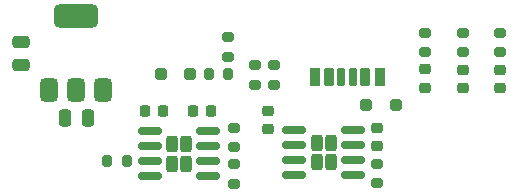
<source format=gtp>
G04 #@! TF.GenerationSoftware,KiCad,Pcbnew,9.0.1*
G04 #@! TF.CreationDate,2025-05-19T19:41:34+12:00*
G04 #@! TF.ProjectId,breadbat,62726561-6462-4617-942e-6b696361645f,v1.0.1*
G04 #@! TF.SameCoordinates,Original*
G04 #@! TF.FileFunction,Paste,Top*
G04 #@! TF.FilePolarity,Positive*
%FSLAX46Y46*%
G04 Gerber Fmt 4.6, Leading zero omitted, Abs format (unit mm)*
G04 Created by KiCad (PCBNEW 9.0.1) date 2025-05-19 19:41:34*
%MOMM*%
%LPD*%
G01*
G04 APERTURE LIST*
G04 Aperture macros list*
%AMRoundRect*
0 Rectangle with rounded corners*
0 $1 Rounding radius*
0 $2 $3 $4 $5 $6 $7 $8 $9 X,Y pos of 4 corners*
0 Add a 4 corners polygon primitive as box body*
4,1,4,$2,$3,$4,$5,$6,$7,$8,$9,$2,$3,0*
0 Add four circle primitives for the rounded corners*
1,1,$1+$1,$2,$3*
1,1,$1+$1,$4,$5*
1,1,$1+$1,$6,$7*
1,1,$1+$1,$8,$9*
0 Add four rect primitives between the rounded corners*
20,1,$1+$1,$2,$3,$4,$5,0*
20,1,$1+$1,$4,$5,$6,$7,0*
20,1,$1+$1,$6,$7,$8,$9,0*
20,1,$1+$1,$8,$9,$2,$3,0*%
G04 Aperture macros list end*
%ADD10RoundRect,0.225000X-0.250000X0.225000X-0.250000X-0.225000X0.250000X-0.225000X0.250000X0.225000X0*%
%ADD11RoundRect,0.375000X0.375000X-0.625000X0.375000X0.625000X-0.375000X0.625000X-0.375000X-0.625000X0*%
%ADD12RoundRect,0.500000X1.400000X-0.500000X1.400000X0.500000X-1.400000X0.500000X-1.400000X-0.500000X0*%
%ADD13RoundRect,0.200000X-0.275000X0.200000X-0.275000X-0.200000X0.275000X-0.200000X0.275000X0.200000X0*%
%ADD14RoundRect,0.250000X0.255000X0.440000X-0.255000X0.440000X-0.255000X-0.440000X0.255000X-0.440000X0*%
%ADD15RoundRect,0.150000X0.825000X0.150000X-0.825000X0.150000X-0.825000X-0.150000X0.825000X-0.150000X0*%
%ADD16RoundRect,0.250000X0.250000X0.475000X-0.250000X0.475000X-0.250000X-0.475000X0.250000X-0.475000X0*%
%ADD17RoundRect,0.200000X0.200000X0.275000X-0.200000X0.275000X-0.200000X-0.275000X0.200000X-0.275000X0*%
%ADD18RoundRect,0.250000X0.250000X0.250000X-0.250000X0.250000X-0.250000X-0.250000X0.250000X-0.250000X0*%
%ADD19RoundRect,0.218750X0.256250X-0.218750X0.256250X0.218750X-0.256250X0.218750X-0.256250X-0.218750X0*%
%ADD20RoundRect,0.250000X-0.250000X-0.250000X0.250000X-0.250000X0.250000X0.250000X-0.250000X0.250000X0*%
%ADD21RoundRect,0.218750X-0.256250X0.218750X-0.256250X-0.218750X0.256250X-0.218750X0.256250X0.218750X0*%
%ADD22RoundRect,0.200000X0.275000X-0.200000X0.275000X0.200000X-0.275000X0.200000X-0.275000X-0.200000X0*%
%ADD23RoundRect,0.225000X0.250000X-0.225000X0.250000X0.225000X-0.250000X0.225000X-0.250000X-0.225000X0*%
%ADD24RoundRect,0.225000X0.225000X0.250000X-0.225000X0.250000X-0.225000X-0.250000X0.225000X-0.250000X0*%
%ADD25RoundRect,0.250000X-0.475000X0.250000X-0.475000X-0.250000X0.475000X-0.250000X0.475000X0.250000X0*%
%ADD26RoundRect,0.175000X0.175000X0.625000X-0.175000X0.625000X-0.175000X-0.625000X0.175000X-0.625000X0*%
%ADD27RoundRect,0.200000X0.200000X0.600000X-0.200000X0.600000X-0.200000X-0.600000X0.200000X-0.600000X0*%
%ADD28RoundRect,0.225000X0.225000X0.575000X-0.225000X0.575000X-0.225000X-0.575000X0.225000X-0.575000X0*%
%ADD29RoundRect,0.225000X-0.225000X-0.250000X0.225000X-0.250000X0.225000X0.250000X-0.225000X0.250000X0*%
G04 APERTURE END LIST*
D10*
X117107500Y-67432500D03*
X117107500Y-68982500D03*
D11*
X89307500Y-64257500D03*
X91607500Y-64257500D03*
D12*
X91607500Y-57957500D03*
D11*
X93907500Y-64257500D03*
D13*
X104947500Y-67417500D03*
X104947500Y-69067500D03*
D14*
X100927500Y-70462500D03*
X100927500Y-68812500D03*
X99727500Y-70462500D03*
X99727500Y-68812500D03*
D15*
X102802500Y-71542500D03*
X102802500Y-70272500D03*
X102802500Y-69002500D03*
X102802500Y-67732500D03*
X97852500Y-67732500D03*
X97852500Y-69002500D03*
X97852500Y-70272500D03*
X97852500Y-71542500D03*
D13*
X117107500Y-70482500D03*
X117107500Y-72132500D03*
D16*
X92587500Y-66617500D03*
X90687500Y-66617500D03*
D17*
X104492500Y-62917500D03*
X102842500Y-62917500D03*
D13*
X104947500Y-70517500D03*
X104947500Y-72167500D03*
D18*
X101257500Y-62907500D03*
X98757500Y-62907500D03*
D17*
X95872500Y-70242500D03*
X94222500Y-70242500D03*
D19*
X121117500Y-64040000D03*
X121117500Y-62465000D03*
D20*
X116157500Y-65507500D03*
X118657500Y-65507500D03*
D21*
X127517500Y-62525000D03*
X127517500Y-64100000D03*
D22*
X104477500Y-61432500D03*
X104477500Y-59782500D03*
D23*
X107887500Y-67572500D03*
X107887500Y-66022500D03*
D22*
X108367500Y-63772500D03*
X108367500Y-62122500D03*
D24*
X103052500Y-66042500D03*
X101502500Y-66042500D03*
D13*
X124377500Y-59387500D03*
X124377500Y-61037500D03*
D19*
X124377500Y-64100000D03*
X124377500Y-62525000D03*
D25*
X86927500Y-60207500D03*
X86927500Y-62107500D03*
D26*
X115047500Y-63117500D03*
D27*
X113027500Y-63117500D03*
D28*
X111797500Y-63117500D03*
D26*
X114047500Y-63117500D03*
D27*
X116067500Y-63117500D03*
D28*
X117297500Y-63117500D03*
D22*
X127517500Y-61037500D03*
X127517500Y-59387500D03*
D29*
X97427500Y-66042500D03*
X98977500Y-66042500D03*
D14*
X113157500Y-70352500D03*
X113157500Y-68702500D03*
X111957500Y-70352500D03*
X111957500Y-68702500D03*
D15*
X115032500Y-71432500D03*
X115032500Y-70162500D03*
X115032500Y-68892500D03*
X115032500Y-67622500D03*
X110082500Y-67622500D03*
X110082500Y-68892500D03*
X110082500Y-70162500D03*
X110082500Y-71432500D03*
D13*
X121117500Y-59377500D03*
X121117500Y-61027500D03*
D22*
X106787500Y-63772500D03*
X106787500Y-62122500D03*
M02*

</source>
